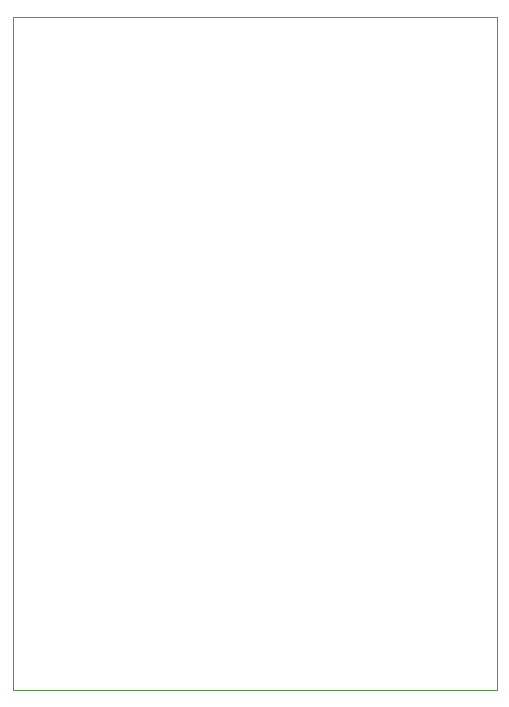
<source format=gbr>
%TF.GenerationSoftware,KiCad,Pcbnew,7.0.9*%
%TF.CreationDate,2024-01-05T00:29:13-06:00*%
%TF.ProjectId,FujiApple-DevKit-IDC-20,46756a69-4170-4706-9c65-2d4465764b69,1.0*%
%TF.SameCoordinates,Original*%
%TF.FileFunction,Profile,NP*%
%FSLAX46Y46*%
G04 Gerber Fmt 4.6, Leading zero omitted, Abs format (unit mm)*
G04 Created by KiCad (PCBNEW 7.0.9) date 2024-01-05 00:29:13*
%MOMM*%
%LPD*%
G01*
G04 APERTURE LIST*
%TA.AperFunction,Profile*%
%ADD10C,0.100000*%
%TD*%
G04 APERTURE END LIST*
D10*
X134286000Y-75710200D02*
X175260000Y-75710200D01*
X175260000Y-132637100D01*
X134286000Y-132637100D01*
X134286000Y-75710200D01*
M02*

</source>
